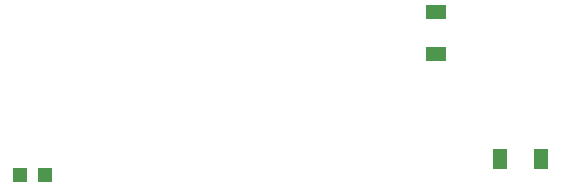
<source format=gbr>
%TF.GenerationSoftware,KiCad,Pcbnew,(6.0.7)*%
%TF.CreationDate,2022-11-28T12:10:14-05:00*%
%TF.ProjectId,pacman,7061636d-616e-42e6-9b69-6361645f7063,rev?*%
%TF.SameCoordinates,Original*%
%TF.FileFunction,Paste,Bot*%
%TF.FilePolarity,Positive*%
%FSLAX46Y46*%
G04 Gerber Fmt 4.6, Leading zero omitted, Abs format (unit mm)*
G04 Created by KiCad (PCBNEW (6.0.7)) date 2022-11-28 12:10:14*
%MOMM*%
%LPD*%
G01*
G04 APERTURE LIST*
%ADD10R,1.700000X1.300000*%
%ADD11R,1.300000X1.700000*%
%ADD12R,1.200000X1.200000*%
G04 APERTURE END LIST*
D10*
%TO.C,D3*%
X172085000Y-64100000D03*
X172085000Y-60600000D03*
%TD*%
D11*
%TO.C,D4*%
X180952500Y-73020500D03*
X177452500Y-73020500D03*
%TD*%
D12*
%TO.C,D1*%
X136872000Y-74422000D03*
X138972000Y-74422000D03*
%TD*%
M02*

</source>
